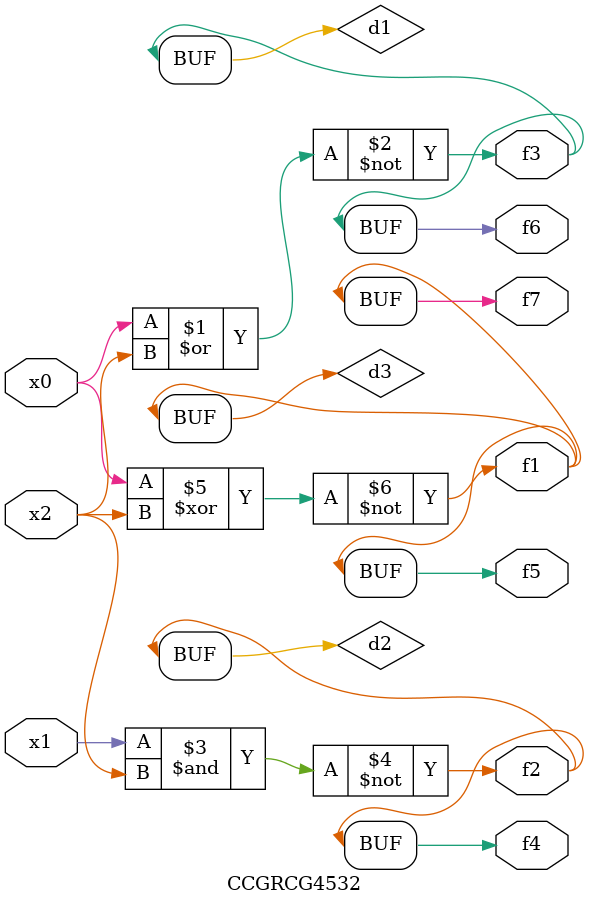
<source format=v>
module CCGRCG4532(
	input x0, x1, x2,
	output f1, f2, f3, f4, f5, f6, f7
);

	wire d1, d2, d3;

	nor (d1, x0, x2);
	nand (d2, x1, x2);
	xnor (d3, x0, x2);
	assign f1 = d3;
	assign f2 = d2;
	assign f3 = d1;
	assign f4 = d2;
	assign f5 = d3;
	assign f6 = d1;
	assign f7 = d3;
endmodule

</source>
